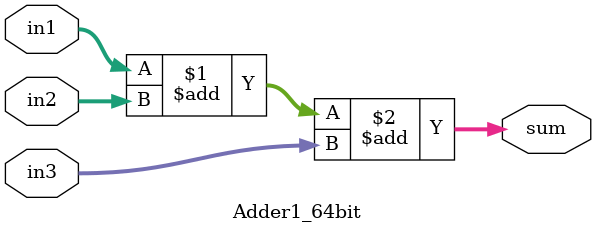
<source format=v>
module Adder1_64bit (
    input  wire [63:0] in1,  // Đầu vào thứ nhất
    input  wire [63:0] in2,  // Đầu vào thứ hai
    input  wire [63:0] in3,  // Đầu vào thứ ba
    output wire [63:0] sum   // Kết quả đầu ra
);

    // Thực hiện phép cộng modulo 2^32
    assign sum = in1 + in2 + in3;

endmodule
</source>
